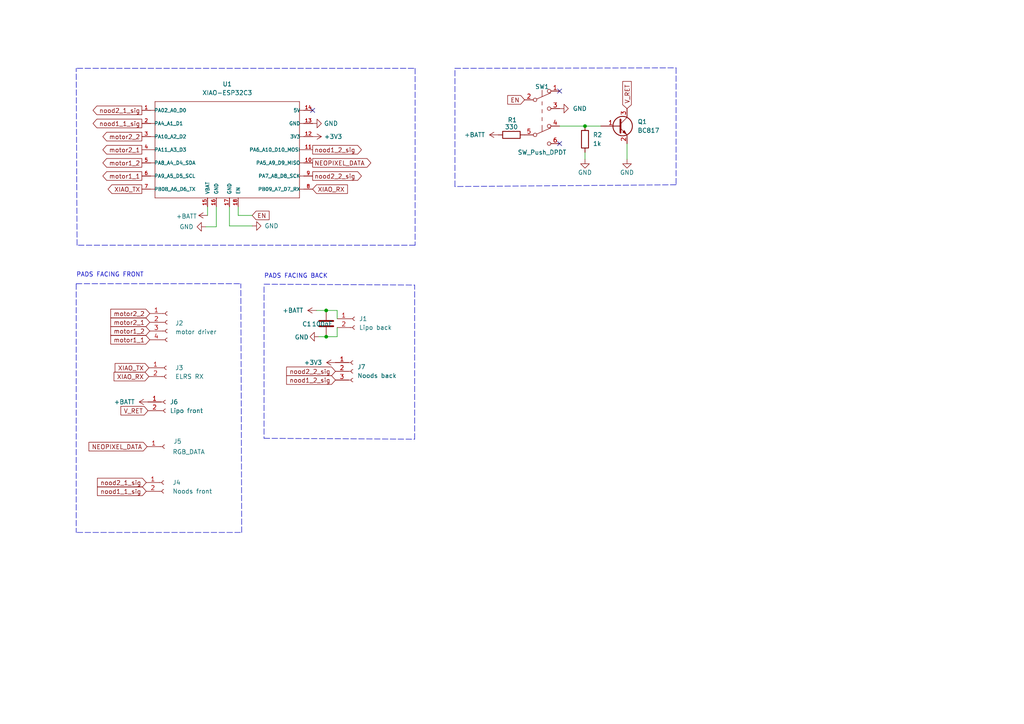
<source format=kicad_sch>
(kicad_sch (version 20231120) (generator "eeschema") (generator_version "8.0")
  (paper "A4")
  (lib_symbols
    (symbol "Connector:Conn_01x01_Female" (pin_names (offset 1.016) hide)
      (property "Reference" "J" (at 0 2.54 0))
      (property "Value" "Conn_01x01_Female" (at 0 -2.54 0))
      (symbol "Conn_01x01_Female_1_1"
        (polyline (pts (xy -1.27 0) (xy -0.508 0)) (stroke (width 0.1524)))
        (arc (start 0 0.508) (mid -0.5058 0) (end 0 -0.508) (stroke (width 0.1524)))
        (pin passive line (at -5.08 0 0) (length 3.81) (name "Pin_1") (number "1"))
      )
    )
    (symbol "Connector:Conn_01x02_Female" (pin_names (offset 1.016) hide)
      (property "Reference" "J" (at 0 2.54 0))
      (property "Value" "Conn_01x02_Female" (at 0 -5.08 0))
      (symbol "Conn_01x02_Female_1_1"
        (arc (start 0 -2.032) (mid -0.5058 -2.54) (end 0 -3.048) (stroke (width 0.1524)))
        (polyline (pts (xy -1.27 -2.54) (xy -0.508 -2.54)) (stroke (width 0.1524)))
        (polyline (pts (xy -1.27 0) (xy -0.508 0)) (stroke (width 0.1524)))
        (arc (start 0 0.508) (mid -0.5058 0) (end 0 -0.508) (stroke (width 0.1524)))
        (pin passive line (at -5.08 0 0) (length 3.81) (name "Pin_1") (number "1"))
        (pin passive line (at -5.08 -2.54 0) (length 3.81) (name "Pin_2") (number "2"))
      )
    )
    (symbol "Connector:Conn_01x03_Female" (pin_names (offset 1.016) hide)
      (property "Reference" "J" (at 0 5.08 0))
      (property "Value" "Conn_01x03_Female" (at 0 -5.08 0))
      (symbol "Conn_01x03_Female_1_1"
        (arc (start 0 -2.032) (mid -0.5058 -2.54) (end 0 -3.048) (stroke (width 0.1524)))
        (polyline (pts (xy -1.27 -2.54) (xy -0.508 -2.54)) (stroke (width 0.1524)))
        (polyline (pts (xy -1.27 0) (xy -0.508 0)) (stroke (width 0.1524)))
        (polyline (pts (xy -1.27 2.54) (xy -0.508 2.54)) (stroke (width 0.1524)))
        (arc (start 0 0.508) (mid -0.5058 0) (end 0 -0.508) (stroke (width 0.1524)))
        (arc (start 0 3.048) (mid -0.5058 2.54) (end 0 2.032) (stroke (width 0.1524)))
        (pin passive line (at -5.08 2.54 0) (length 3.81) (name "Pin_1") (number "1"))
        (pin passive line (at -5.08 0 0) (length 3.81) (name "Pin_2") (number "2"))
        (pin passive line (at -5.08 -2.54 0) (length 3.81) (name "Pin_3") (number "3"))
      )
    )
    (symbol "Connector:Conn_01x04_Female" (pin_names (offset 1.016) hide)
      (property "Reference" "J" (at 0 5.08 0))
      (property "Value" "Conn_01x04_Female" (at 0 -7.62 0))
      (symbol "Conn_01x04_Female_1_1"
        (arc (start 0 -4.572) (mid -0.5058 -5.08) (end 0 -5.588) (stroke (width 0.1524)))
        (arc (start 0 -2.032) (mid -0.5058 -2.54) (end 0 -3.048) (stroke (width 0.1524)))
        (polyline (pts (xy -1.27 -5.08) (xy -0.508 -5.08)) (stroke (width 0.1524)))
        (polyline (pts (xy -1.27 -2.54) (xy -0.508 -2.54)) (stroke (width 0.1524)))
        (polyline (pts (xy -1.27 0) (xy -0.508 0)) (stroke (width 0.1524)))
        (polyline (pts (xy -1.27 2.54) (xy -0.508 2.54)) (stroke (width 0.1524)))
        (arc (start 0 0.508) (mid -0.5058 0) (end 0 -0.508) (stroke (width 0.1524)))
        (arc (start 0 3.048) (mid -0.5058 2.54) (end 0 2.032) (stroke (width 0.1524)))
        (pin passive line (at -5.08 2.54 0) (length 3.81) (name "Pin_1") (number "1"))
        (pin passive line (at -5.08 0 0) (length 3.81) (name "Pin_2") (number "2"))
        (pin passive line (at -5.08 -2.54 0) (length 3.81) (name "Pin_3") (number "3"))
        (pin passive line (at -5.08 -5.08 0) (length 3.81) (name "Pin_4") (number "4"))
      )
    )
    (symbol "Device:C" (pin_numbers hide) (pin_names (offset 0.254))
      (property "Reference" "C" (at 0.635 2.54 0))
      (property "Value" "C" (at 0.635 -2.54 0))
      (symbol "C_0_1"
        (polyline (pts (xy -2.032 -0.762) (xy 2.032 -0.762)) (stroke (width 0.508)))
        (polyline (pts (xy -2.032 0.762) (xy 2.032 0.762)) (stroke (width 0.508)))
      )
      (symbol "C_1_1"
        (pin passive line (at 0 3.81 270) (length 2.794) (name "~") (number "1"))
        (pin passive line (at 0 -3.81 90) (length 2.794) (name "~") (number "2"))
      )
    )
    (symbol "Device:R" (pin_numbers hide) (pin_names (offset 0))
      (property "Reference" "R" (at 2.032 0 90))
      (property "Value" "R" (at 0 0 90))
      (symbol "R_0_1"
        (rectangle (start -1.016 -2.54) (end 1.016 2.54) (stroke (width 0.254)))
      )
      (symbol "R_1_1"
        (pin passive line (at 0 3.81 270) (length 1.27) (name "~") (number "1"))
        (pin passive line (at 0 -3.81 90) (length 1.27) (name "~") (number "2"))
      )
    )
    (symbol "Switch:SW_Push_DPDT" (pin_names (offset 0) hide)
      (property "Reference" "SW" (at 0 8.89 0))
      (property "Value" "SW_Push_DPDT" (at 0 -10.16 0))
      (symbol "SW_Push_DPDT_0_0"
        (circle (center -2.032 -5.08) (radius 0.508))
        (circle (center -2.032 5.08) (radius 0.508))
        (circle (center 2.032 -7.62) (radius 0.508))
        (circle (center 2.032 2.54) (radius 0.508))
      )
      (symbol "SW_Push_DPDT_0_1"
        (polyline (pts (xy -1.524 -4.826) (xy 2.54 -3.048)))
        (polyline (pts (xy -1.524 5.334) (xy 2.54 7.112)))
        (polyline (pts (xy 0 -2.286) (xy 0 -4.064)))
        (polyline (pts (xy 0 -1.016) (xy 0 0)))
        (polyline (pts (xy 0 1.27) (xy 0 2.286)))
        (polyline (pts (xy 0 3.556) (xy 0 4.572)))
        (polyline (pts (xy 0 7.874) (xy 0 6.096)))
        (circle (center 2.032 -2.54) (radius 0.508))
        (circle (center 2.032 7.62) (radius 0.508))
      )
      (symbol "SW_Push_DPDT_1_1"
        (pin passive line (at 5.08 7.62 180) (length 2.54) (name "A") (number "1"))
        (pin passive line (at -5.08 5.08 0) (length 2.54) (name "B") (number "2"))
        (pin passive line (at 5.08 2.54 180) (length 2.54) (name "C") (number "3"))
        (pin passive line (at 5.08 -2.54 180) (length 2.54) (name "A") (number "4"))
        (pin passive line (at -5.08 -5.08 0) (length 2.54) (name "B") (number "5"))
        (pin passive line (at 5.08 -7.62 180) (length 2.54) (name "C") (number "6"))
      )
    )
    (symbol "Transistor_BJT:BC817" (pin_names (offset 0) hide)
      (property "Reference" "Q" (at 5.08 1.905 0))
      (property "Value" "BC817" (at 5.08 0 0))
      (symbol "BC817_0_1"
        (polyline (pts (xy 0.635 0.635) (xy 2.54 2.54)))
        (polyline (pts (xy 0.635 -0.635) (xy 2.54 -2.54) (xy 2.54 -2.54)))
        (polyline (pts (xy 0.635 1.905) (xy 0.635 -1.905) (xy 0.635 -1.905)) (stroke (width 0.508)))
        (polyline (pts (xy 1.27 -1.778) (xy 1.778 -1.27) (xy 2.286 -2.286) (xy 1.27 -1.778) (xy 1.27 -1.778)) (fill (type outline)))
        (circle (center 1.27 0) (radius 2.8194) (stroke (width 0.254)))
      )
      (symbol "BC817_1_1"
        (pin input line (at -5.08 0 0) (length 5.715) (name "B") (number "1"))
        (pin passive line (at 2.54 -5.08 90) (length 2.54) (name "E") (number "2"))
        (pin passive line (at 2.54 5.08 270) (length 2.54) (name "C") (number "3"))
      )
    )
    (symbol "power:+3.3V" (power) (pin_names (offset 0))
      (property "Value" "+3.3V" (at 0 3.556 0))
      (symbol "+3.3V_0_1"
        (polyline (pts (xy -0.762 1.27) (xy 0 2.54)))
        (polyline (pts (xy 0 0) (xy 0 2.54)))
        (polyline (pts (xy 0 2.54) (xy 0.762 1.27)))
      )
      (symbol "+3.3V_1_1"
        (pin power_in line (at 0 0 90) (length 0) hide (name "+3V3") (number "1"))
      )
    )
    (symbol "power:+BATT" (power) (pin_names (offset 0))
      (property "Value" "+BATT" (at 0 3.556 0))
      (symbol "+BATT_0_1"
        (polyline (pts (xy -0.762 1.27) (xy 0 2.54)))
        (polyline (pts (xy 0 0) (xy 0 2.54)))
        (polyline (pts (xy 0 2.54) (xy 0.762 1.27)))
      )
      (symbol "+BATT_1_1"
        (pin power_in line (at 0 0 90) (length 0) hide (name "+BATT") (number "1"))
      )
    )
    (symbol "power:GND" (power) (pin_names (offset 0))
      (property "Value" "GND" (at 0 -3.81 0))
      (symbol "GND_0_1"
        (polyline (pts (xy 0 0) (xy 0 -1.27) (xy 1.27 -1.27) (xy 0 -2.54) (xy -1.27 -1.27) (xy 0 -1.27)))
      )
      (symbol "GND_1_1"
        (pin power_in line (at 0 0 270) (length 0) hide (name "GND") (number "1"))
      )
    )
    (symbol "xiao esp32c3:MOUDLE-SEEEDUINO-XIAO-ESP32C3" (pin_names (offset 1.016))
      (property "Reference" "U" (at -0.635 19.05 0))
      (property "Value" "MOUDLE-SEEEDUINO-XIAO-ESP32C3" (at -18.415 14.605 0))
      (symbol "MOUDLE-SEEEDUINO-XIAO-ESP32C3_0_0"
        (polyline (pts (xy -21.59 -13.97) (xy -21.59 0)) (stroke (width 0.1524)))
        (polyline (pts (xy -21.59 -11.43) (xy -22.86 -11.43)) (stroke (width 0.1524)))
        (polyline (pts (xy -21.59 -7.62) (xy -22.86 -7.62)) (stroke (width 0.1524)))
        (polyline (pts (xy -21.59 -3.81) (xy -22.86 -3.81)) (stroke (width 0.1524)))
        (polyline (pts (xy -21.59 0) (xy -22.86 0)) (stroke (width 0.1524)))
        (polyline (pts (xy -21.59 0) (xy -21.59 3.81)) (stroke (width 0.1524)))
        (polyline (pts (xy -21.59 3.81) (xy -22.86 3.81)) (stroke (width 0.1524)))
        (polyline (pts (xy -21.59 3.81) (xy -21.59 7.62)) (stroke (width 0.1524)))
        (polyline (pts (xy -21.59 7.62) (xy -22.86 7.62)) (stroke (width 0.1524)))
        (polyline (pts (xy -21.59 7.62) (xy -21.59 11.43)) (stroke (width 0.1524)))
        (polyline (pts (xy -21.59 11.43) (xy -22.86 11.43)) (stroke (width 0.1524)))
        (polyline (pts (xy -21.59 11.43) (xy -21.59 13.97)) (stroke (width 0.1524)))
        (polyline (pts (xy -21.59 13.97) (xy 20.32 13.97)) (stroke (width 0.1524)))
        (polyline (pts (xy 20.32 -13.97) (xy -21.59 -13.97)) (stroke (width 0.1524)))
        (polyline (pts (xy 20.32 3.81) (xy 20.32 -13.97)) (stroke (width 0.1524)))
        (polyline (pts (xy 20.32 7.62) (xy 20.32 3.81)) (stroke (width 0.1524)))
        (polyline (pts (xy 20.32 11.43) (xy 20.32 7.62)) (stroke (width 0.1524)))
        (polyline (pts (xy 20.32 13.97) (xy 20.32 11.43)) (stroke (width 0.1524)))
        (polyline (pts (xy 21.59 -11.43) (xy 20.32 -11.43)) (stroke (width 0.1524)))
        (polyline (pts (xy 21.59 -7.62) (xy 20.32 -7.62)) (stroke (width 0.1524)))
        (polyline (pts (xy 21.59 -3.81) (xy 20.32 -3.81)) (stroke (width 0.1524)))
        (polyline (pts (xy 21.59 0) (xy 20.32 0)) (stroke (width 0.1524)))
        (polyline (pts (xy 21.59 3.81) (xy 20.32 3.81)) (stroke (width 0.1524)))
        (polyline (pts (xy 21.59 7.62) (xy 20.32 7.62)) (stroke (width 0.1524)))
        (polyline (pts (xy 21.59 11.43) (xy 20.32 11.43)) (stroke (width 0.1524)))
        (pin bidirectional line (at -25.4 11.43 0) (length 2.54) (name "PA02_A0_D0") (number "1"))
        (pin bidirectional line (at 24.13 -3.81 180) (length 2.54) (name "PA5_A9_D9_MISO") (number "10"))
        (pin bidirectional line (at 24.13 0 180) (length 2.54) (name "PA6_A10_D10_MOSI") (number "11"))
        (pin power_out line (at 24.13 3.81 180) (length 2.54) (name "3V3") (number "12"))
        (pin power_in line (at 24.13 7.62 180) (length 2.54) (name "GND") (number "13"))
        (pin power_out line (at 24.13 11.43 180) (length 2.54) (name "5V") (number "14"))
        (pin power_in line (at -6.35 -16.51 90) (length 2.54) (name "VBAT") (number "15"))
        (pin power_in line (at -3.81 -16.51 90) (length 2.54) (name "GND") (number "16"))
        (pin power_in line (at 0 -16.51 90) (length 2.54) (name "GND") (number "17"))
        (pin input line (at 2.54 -16.51 90) (length 2.54) (name "EN") (number "18"))
        (pin bidirectional line (at -25.4 7.62 0) (length 2.54) (name "PA4_A1_D1") (number "2"))
        (pin bidirectional line (at -25.4 3.81 0) (length 2.54) (name "PA10_A2_D2") (number "3"))
        (pin bidirectional line (at -25.4 0 0) (length 2.54) (name "PA11_A3_D3") (number "4"))
        (pin bidirectional line (at -25.4 -3.81 0) (length 2.54) (name "PA8_A4_D4_SDA") (number "5"))
        (pin bidirectional line (at -25.4 -7.62 0) (length 2.54) (name "PA9_A5_D5_SCL") (number "6"))
        (pin bidirectional line (at -25.4 -11.43 0) (length 2.54) (name "PB08_A6_D6_TX") (number "7"))
        (pin bidirectional line (at 24.13 -11.43 180) (length 2.54) (name "PB09_A7_D7_RX") (number "8"))
        (pin bidirectional line (at 24.13 -7.62 180) (length 2.54) (name "PA7_A8_D8_SCK") (number "9"))
      )
    )
  )
  (junction (at 94.615 90.043))
  (junction (at 94.615 97.663))
  (junction (at 169.672 36.576))
  (no_connect (at 162.306 41.656))
  (no_connect (at 90.678 32.004))
  (no_connect (at 162.306 26.416))
  (polyline (pts (xy 76.581 83.185) (xy 76.581 127.127)) (stroke (width 0) (type dash)))
  (wire (pts (xy 69.088 59.944) (xy 69.088 62.484)))
  (wire (pts (xy 73.152 65.532) (xy 66.548 65.532)))
  (wire (pts (xy 169.672 46.228) (xy 169.672 44.196)))
  (wire (pts (xy 66.548 65.532) (xy 66.548 59.944)))
  (wire (pts (xy 91.821 90.043) (xy 94.615 90.043)))
  (wire (pts (xy 181.864 41.656) (xy 181.864 46.228)))
  (wire (pts (xy 97.79 94.996) (xy 97.79 97.663)))
  (wire (pts (xy 92.456 97.663) (xy 94.615 97.663)))
  (polyline (pts (xy 196.088 19.685) (xy 196.088 53.594)) (stroke (width 0) (type dash)))
  (polyline (pts (xy 120.396 19.812) (xy 120.396 71.12)) (stroke (width 0) (type dash)))
  (polyline (pts (xy 131.953 54.102) (xy 131.953 19.812)) (stroke (width 0) (type dash)))
  (wire (pts (xy 60.198 62.484) (xy 60.198 59.944)))
  (polyline (pts (xy 76.581 82.423) (xy 120.269 82.677)) (stroke (width 0) (type dash)))
  (wire (pts (xy 97.79 90.043) (xy 94.615 90.043)))
  (polyline (pts (xy 76.581 127.127) (xy 120.269 127.381)) (stroke (width 0) (type dash)))
  (wire (pts (xy 169.672 36.576) (xy 174.244 36.576)))
  (wire (pts (xy 62.738 65.786) (xy 62.738 59.944)))
  (polyline (pts (xy 22.352 19.812) (xy 120.396 19.812)) (stroke (width 0) (type dash)))
  (wire (pts (xy 59.69 65.786) (xy 62.738 65.786)))
  (wire (pts (xy 97.79 92.456) (xy 97.79 90.043)))
  (wire (pts (xy 94.615 97.663) (xy 97.79 97.663)))
  (polyline (pts (xy 22.098 82.296) (xy 22.098 154.432)) (stroke (width 0) (type dash)))
  (polyline (pts (xy 131.953 19.812) (xy 196.088 19.685)) (stroke (width 0) (type dash)))
  (wire (pts (xy 69.088 62.484) (xy 73.152 62.484)))
  (polyline (pts (xy 22.098 82.296) (xy 69.85 82.296)) (stroke (width 0) (type dash)))
  (polyline (pts (xy 22.352 154.432) (xy 70.104 154.432)) (stroke (width 0) (type dash)))
  (polyline (pts (xy 120.396 71.12) (xy 22.352 71.12)) (stroke (width 0) (type dash)))
  (polyline (pts (xy 22.352 71.12) (xy 22.098 19.812)) (stroke (width 0) (type dash)))
  (polyline (pts (xy 196.088 53.594) (xy 131.953 54.102)) (stroke (width 0) (type dash)))
  (polyline (pts (xy 70.104 154.432) (xy 69.85 82.296)) (stroke (width 0) (type dash)))
  (polyline (pts (xy 120.269 127.381) (xy 120.269 82.677)) (stroke (width 0) (type dash)))
  (wire (pts (xy 162.306 36.576) (xy 169.672 36.576)))
  (text "PADS FACING BACK" (at 76.581 80.899 0) (effects (font (size 1.27 1.27)) (justify left bottom)))
  (text "PADS FACING FRONT" (at 22.098 80.518 0) (effects (font (size 1.27 1.27)) (justify left bottom)))
  (global_label "nood1_1_sig" (shape output) (at 41.148 35.814 180) (property "Intersheetrefs" "${INTERSHEET_REFS}" (effects (hide yes))))
  (global_label "nood1_1_sig" (shape input) (at 42.418 142.494 180) (property "Intersheetrefs" "${INTERSHEET_REFS}" (effects (hide yes))))
  (global_label "motor2_2" (shape output) (at 41.148 39.624 180) (property "Intersheetrefs" "${INTERSHEET_REFS}" (effects (hide yes))))
  (global_label "XIAO_TX" (shape input) (at 43.18 106.68 180) (property "Intersheetrefs" "${INTERSHEET_REFS}" (effects (hide yes))))
  (global_label "nood2_2_sig" (shape input) (at 97.282 107.696 180) (property "Intersheetrefs" "${INTERSHEET_REFS}" (effects (hide yes))))
  (global_label "nood2_1_sig" (shape input) (at 42.418 139.954 180) (property "Intersheetrefs" "${INTERSHEET_REFS}" (effects (hide yes))))
  (global_label "XIAO_RX" (shape input) (at 43.18 109.22 180) (property "Intersheetrefs" "${INTERSHEET_REFS}" (effects (hide yes))))
  (global_label "V_RET" (shape input) (at 42.926 119.126 180) (property "Intersheetrefs" "${INTERSHEET_REFS}" (effects (hide yes))))
  (global_label "NEOPIXEL_DATA" (shape output) (at 90.678 47.244 0) (property "Intersheetrefs" "${INTERSHEET_REFS}" (effects (hide yes))))
  (global_label "nood2_1_sig" (shape output) (at 41.148 32.004 180) (property "Intersheetrefs" "${INTERSHEET_REFS}" (effects (hide yes))))
  (global_label "nood1_2_sig" (shape output) (at 90.678 43.434 0) (property "Intersheetrefs" "${INTERSHEET_REFS}" (effects (hide yes))))
  (global_label "EN" (shape input) (at 152.146 28.956 180) (property "Intersheetrefs" "${INTERSHEET_REFS}" (effects (hide yes))))
  (global_label "motor1_2" (shape output) (at 41.148 47.244 180) (property "Intersheetrefs" "${INTERSHEET_REFS}" (effects (hide yes))))
  (global_label "motor1_1" (shape output) (at 41.148 51.054 180) (property "Intersheetrefs" "${INTERSHEET_REFS}" (effects (hide yes))))
  (global_label "motor1_2" (shape input) (at 43.434 96.012 180) (property "Intersheetrefs" "${INTERSHEET_REFS}" (effects (hide yes))))
  (global_label "EN" (shape input) (at 73.152 62.484 0) (property "Intersheetrefs" "${INTERSHEET_REFS}" (effects (hide yes))))
  (global_label "motor2_1" (shape input) (at 43.434 93.472 180) (property "Intersheetrefs" "${INTERSHEET_REFS}" (effects (hide yes))))
  (global_label "nood1_2_sig" (shape input) (at 97.282 110.236 180) (property "Intersheetrefs" "${INTERSHEET_REFS}" (effects (hide yes))))
  (global_label "V_RET" (shape input) (at 181.864 31.496 90) (property "Intersheetrefs" "${INTERSHEET_REFS}" (effects (hide yes))))
  (global_label "motor2_1" (shape output) (at 41.148 43.434 180) (property "Intersheetrefs" "${INTERSHEET_REFS}" (effects (hide yes))))
  (global_label "motor1_1" (shape input) (at 43.434 98.552 180) (property "Intersheetrefs" "${INTERSHEET_REFS}" (effects (hide yes))))
  (global_label "nood2_2_sig" (shape output) (at 90.678 51.054 0) (property "Intersheetrefs" "${INTERSHEET_REFS}" (effects (hide yes))))
  (global_label "XIAO_RX" (shape input) (at 90.678 54.864 0) (property "Intersheetrefs" "${INTERSHEET_REFS}" (effects (hide yes))))
  (global_label "NEOPIXEL_DATA" (shape input) (at 42.672 129.54 180) (property "Intersheetrefs" "${INTERSHEET_REFS}" (effects (hide yes))))
  (global_label "motor2_2" (shape input) (at 43.434 90.932 180) (property "Intersheetrefs" "${INTERSHEET_REFS}" (effects (hide yes))))
  (global_label "XIAO_TX" (shape output) (at 41.148 54.864 180) (property "Intersheetrefs" "${INTERSHEET_REFS}" (effects (hide yes))))
  (symbol (lib_id "Connector:Conn_01x02_Female") (at 48.26 106.68 0) (unit 1)
    (property "Reference" "J3" (at 50.8 106.68 0) (effects (justify left)))
    (property "Value" "ELRS RX" (at 50.8 109.22 0) (effects (justify left)))
    (property "Footprint" "haribo_kimchi_boards:smd_solder_pads_1x02_2.54mm" (effects (hide yes)))
  )
  (symbol (lib_id "Connector:Conn_01x02_Female") (at 48.006 116.586 0) (unit 1)
    (property "Reference" "J6" (at 49.276 116.5859 0) (effects (justify left)))
    (property "Value" "Lipo front" (at 49.276 119.1259 0) (effects (justify left)))
    (property "Footprint" "haribo_kimchi_boards:smd_solder_pads_1x02_2.54mm" (effects (hide yes)))
  )
  (symbol (lib_id "Connector:Conn_01x03_Female") (at 102.362 107.696 0) (unit 1)
    (property "Reference" "J7" (at 103.632 106.4259 0) (effects (justify left)))
    (property "Value" "Noods back" (at 103.632 108.9659 0) (effects (justify left)))
    (property "Footprint" "haribo_kimchi_boards:smd_solder_pads_1x03_n00ds_v1" (effects (hide yes)))
  )
  (symbol (lib_id "Device:R") (at 169.672 40.386 180) (unit 1)
    (property "Reference" "R2" (at 171.958 39.1159 0) (effects (justify right)))
    (property "Value" "1k" (at 171.958 41.6559 0) (effects (justify right)))
    (property "Footprint" "Resistor_SMD:R_0805_2012Metric_Pad1.20x1.40mm_HandSolder" (effects (hide yes)))
  )
  (symbol (lib_id "power:+BATT") (at 42.926 116.586 90) (unit 1)
    (property "Reference" "#PWR06" (effects (hide yes)))
    (property "Value" "+BATT" (at 39.116 116.5859 90) (effects (justify left)))
  )
  (symbol (lib_id "Connector:Conn_01x02_Female") (at 47.498 139.954 0) (unit 1)
    (property "Reference" "J4" (at 50.038 139.954 0) (effects (justify left)))
    (property "Value" "Noods front" (at 50.038 142.494 0) (effects (justify left)))
    (property "Footprint" "haribo_kimchi_boards:smd_solder_pads_1x02_2.54mm" (effects (hide yes)))
  )
  (symbol (lib_id "Connector:Conn_01x01_Female") (at 47.752 129.54 0) (unit 1)
    (property "Reference" "J5" (at 50.292 128.016 0) (effects (justify left)))
    (property "Value" "RGB_DATA" (at 50.038 131.064 0) (effects (justify left)))
    (property "Footprint" "haribo_kimchi_boards:smd_solder_pads_1x01_2.54mm" (effects (hide yes)))
  )
  (symbol (lib_id "Switch:SW_Push_DPDT") (at 157.226 34.036 0) (unit 1)
    (property "Reference" "SW1" (at 157.226 25.146 0))
    (property "Value" "SW_Push_DPDT" (at 157.226 44.196 0))
    (property "Footprint" "haribo_kimchi_extra_footprints:Nidec_2x03_dpdt_CL-SB-22B-11" (effects (hide yes)))
  )
  (symbol (lib_id "power:+3.3V") (at 90.678 39.624 270) (unit 1)
    (property "Reference" "#PWR0112" (effects (hide yes)))
    (property "Value" "+3V3" (at 93.98 39.6239 90) (effects (justify left)))
  )
  (symbol (lib_id "Transistor_BJT:BC817") (at 179.324 36.576 0) (unit 1)
    (property "Reference" "Q1" (at 184.912 35.3059 0) (effects (justify left)))
    (property "Value" "BC817" (at 184.912 37.8459 0) (effects (justify left)))
    (property "Footprint" "Package_TO_SOT_SMD:SOT-23" (effects (hide yes)))
    (property "Datasheet" "https://www.onsemi.com/pub/Collateral/BC818-D.pdf" (effects (hide yes)))
  )
  (symbol (lib_id "power:+BATT") (at 144.526 39.116 90) (unit 1)
    (property "Reference" "#PWR01" (effects (hide yes)))
    (property "Value" "+BATT" (at 140.716 39.1159 90) (effects (justify left)))
  )
  (symbol (lib_id "xiao esp32c3:MOUDLE-SEEEDUINO-XIAO-ESP32C3") (at 66.548 43.434 0) (unit 1)
    (property "Reference" "U1" (at 65.913 24.384 0))
    (property "Value" "XIAO-ESP32C3" (at 65.913 26.924 0))
    (property "Footprint" "xiao esp32c3:MOUDLE14P-SMD-2.54-21X17.8MM" (effects (hide yes)))
  )
  (symbol (lib_id "power:GND") (at 73.152 65.532 90) (unit 1)
    (property "Reference" "#PWR05" (effects (hide yes)))
    (property "Value" "GND" (at 76.708 65.5319 90) (effects (justify right)))
  )
  (symbol (lib_id "power:GND") (at 92.456 97.663 270) (unit 1)
    (property "Reference" "#PWR0106" (effects (hide yes)))
    (property "Value" "GND" (at 87.503 97.79 90))
  )
  (symbol (lib_id "power:+BATT") (at 60.198 62.484 90) (unit 1)
    (property "Reference" "#PWR0110" (effects (hide yes)))
    (property "Value" "+BATT" (at 51.054 62.738 90) (effects (justify right)))
  )
  (symbol (lib_id "power:GND") (at 162.306 31.496 90) (unit 1)
    (property "Reference" "#PWR02" (effects (hide yes)))
    (property "Value" "GND" (at 166.116 31.496 90) (effects (justify right)))
  )
  (symbol (lib_id "Connector:Conn_01x02_Female") (at 102.87 92.456 0) (unit 1)
    (property "Reference" "J1" (at 104.14 92.4559 0) (effects (justify left)))
    (property "Value" "Lipo back" (at 104.14 94.9959 0) (effects (justify left)))
    (property "Footprint" "haribo_kimchi_boards:smd_solder_pads_1x02_2.54mm" (effects (hide yes)))
  )
  (symbol (lib_id "power:GND") (at 169.672 46.228 0) (unit 1)
    (property "Reference" "#PWR03" (effects (hide yes)))
    (property "Value" "GND" (at 171.704 50.038 0) (effects (justify right)))
  )
  (symbol (lib_id "Device:R") (at 148.336 39.116 90) (unit 1)
    (property "Reference" "R1" (at 148.59 34.798 90))
    (property "Value" "330" (at 148.336 36.83 90))
    (property "Footprint" "Resistor_SMD:R_0805_2012Metric_Pad1.20x1.40mm_HandSolder" (effects (hide yes)))
  )
  (symbol (lib_id "power:+3.3V") (at 97.282 105.156 90) (unit 1)
    (property "Reference" "#PWR0113" (effects (hide yes)))
    (property "Value" "+3V3" (at 88.138 105.156 90) (effects (justify right)))
  )
  (symbol (lib_id "power:GND") (at 90.678 35.814 90) (unit 1)
    (property "Reference" "#PWR0108" (effects (hide yes)))
    (property "Value" "GND" (at 98.044 35.814 90) (effects (justify left)))
  )
  (symbol (lib_id "Connector:Conn_01x04_Female") (at 48.514 93.472 0) (unit 1)
    (property "Reference" "J2" (at 50.8 93.726 0) (effects (justify left)))
    (property "Value" "motor driver" (at 50.8 96.266 0) (effects (justify left)))
    (property "Footprint" "haribo_kimchi_boards:smd_solder_pads_1x04" (effects (hide yes)))
  )
  (symbol (lib_id "power:+BATT") (at 91.821 90.043 90) (unit 1)
    (property "Reference" "#PWR0109" (effects (hide yes)))
    (property "Value" "+BATT" (at 88.011 90.0429 90) (effects (justify left)))
  )
  (symbol (lib_id "power:GND") (at 181.864 46.228 0) (unit 1)
    (property "Reference" "#PWR04" (effects (hide yes)))
    (property "Value" "GND" (at 183.896 50.038 0) (effects (justify right)))
  )
  (symbol (lib_id "power:GND") (at 59.69 65.786 270) (unit 1)
    (property "Reference" "#PWR0107" (effects (hide yes)))
    (property "Value" "GND" (at 56.134 65.7859 90) (effects (justify right)))
  )
  (symbol (lib_id "Device:C") (at 94.615 93.853 0) (unit 1)
    (property "Reference" "C1" (at 87.63 93.98 0) (effects (justify left)))
    (property "Value" "100nF" (at 90.424 93.98 0) (effects (justify left)))
    (property "Footprint" "Capacitor_SMD:C_0805_2012Metric_Pad1.18x1.45mm_HandSolder" (effects (hide yes)))
  )
)
</source>
